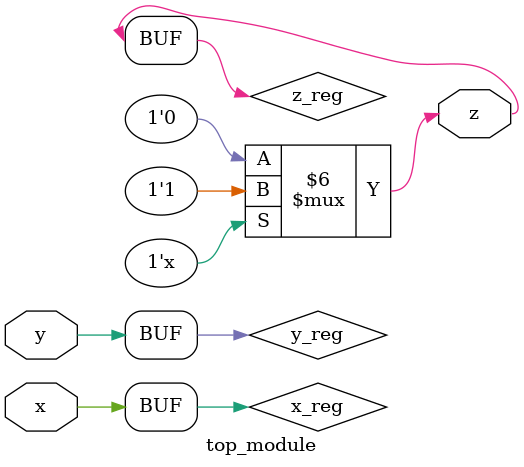
<source format=sv>
module top_module(
	input x,
	input y,
	output z);

	// Declare internal signals
	reg x_reg;
	reg y_reg;
	reg z_reg;

	always @(x, y)
	begin
		// Shift input x and y into registers
		x_reg <= x;
		y_reg <= y;

		// Calculate output z based on the values in the registers
		if (x_reg == 1'b1 && y_reg == 1'b1)
			z_reg <= 1'b1;
		else
			z_reg <= 1'b0;
	end

	assign z = z_reg;

endmodule

</source>
